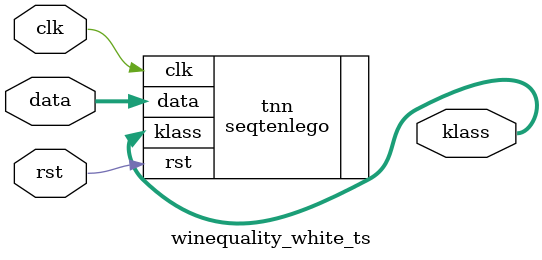
<source format=v>













module winequality_white_ts #(

parameter N = 11,
parameter M = 40,
parameter B = 4,
parameter C = 7,
parameter Ts = 5




  ) (
  input clk,
  input rst,
  input [N*B-1:0] data,
  output [$clog2(C)-1:0] klass
  );

  seqtenlego #(
      .N(N),.B(B),.M(M),.C(C),
  .Wvals(440'b00010001000000000100111010000100000100000000001110011010101111111000000011011110011000101001111010100011100000001001001001001010001000101010000001010010101000001100001001010100100000010001001010100000000110000010100011001001000001110110000101000110111100011011000110010000000101011100001001001000101001010000001111000000001000000001010000000111000000000001000001101000000000101000000000010010000110000110100001000000100010110100010100000001),
  .Wzero(440'b10011001110000000100111010000101000100011001101110011010111111111100011111111110011001101001111010110011101101001011101001001110011000111011011011110110101101001111101101010110110110010101001010110101001110011011110011011011100001110110110101110111111100111011101110010000001111011111011101101011111011011100011111011001101000001101010101100111000001000001000111101010100110101001010000010110000111000110100101011110101011111110110100000011),
  .Wnnz(320'h06070806070407070707040806050804090607070707080808050305010906050503060906060307),
  .WnnzX(8'h4f), // Number of not-zeroes of weight matrix
  .WvalsX(79'b0100000010110010011000100000110000101111111100111011000110111010101011011001010),  // Bits of not-zeroes
  .WcolX(632'h2625232221201e1b1817141211100d0c0605040201211f17100d0b211c1615100c0825211f1817100f0125242119181412092625221f1e1c1817161413100b0a07261c171412100f0b0a0907060401), // Column of non-zeros
  .WrowX(56'h3a342d251d0e00) // Column of non-zeros // Start indices per row
      ) tnn (
    .clk(clk),
    .rst(rst),
    .data(data),
    .klass(klass)
  );

endmodule

</source>
